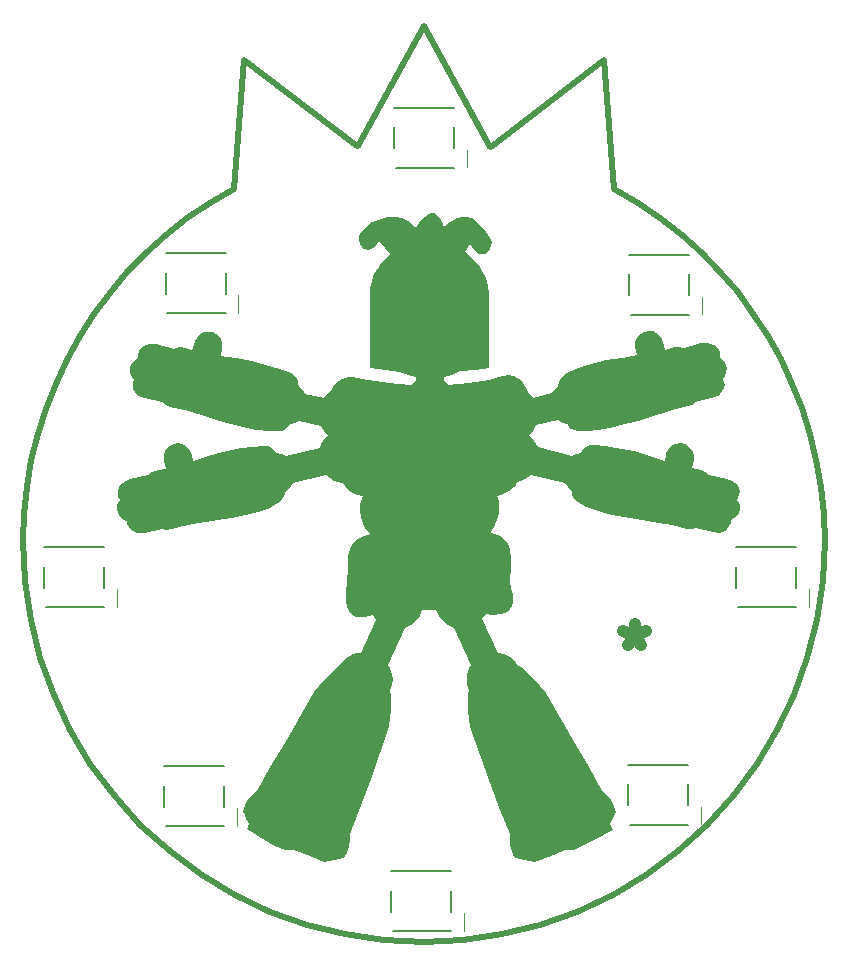
<source format=gto>
%TF.GenerationSoftware,KiCad,Pcbnew,4.0.7*%
%TF.CreationDate,2018-04-25T10:22:36+02:00*%
%TF.ProjectId,001,3030312E6B696361645F706362000000,rev?*%
%TF.FileFunction,Legend,Top*%
%FSLAX46Y46*%
G04 Gerber Fmt 4.6, Leading zero omitted, Abs format (unit mm)*
G04 Created by KiCad (PCBNEW 4.0.7) date 04/25/18 10:22:36*
%MOMM*%
%LPD*%
G01*
G04 APERTURE LIST*
%ADD10C,0.100000*%
%ADD11C,1.000000*%
%ADD12C,0.495744*%
%ADD13C,0.050000*%
%ADD14C,0.152400*%
%ADD15C,0.120000*%
%ADD16C,0.150000*%
G04 APERTURE END LIST*
D10*
D11*
X154127201Y-112058724D02*
X154127201Y-113011105D01*
X153174820Y-112630152D02*
X154127201Y-113011105D01*
X155079581Y-112630152D01*
X153555772Y-113773010D02*
X154127201Y-113011105D01*
X154698629Y-113773010D01*
D12*
X136271035Y-61362287D02*
X130722202Y-71565701D01*
X130722202Y-71565701D02*
X130585667Y-71582268D01*
X130585667Y-71582268D02*
X121032110Y-64260435D01*
X121032110Y-64260435D02*
X120163207Y-75201371D01*
X120163207Y-75201371D02*
X118156317Y-76374064D01*
X118156317Y-76374064D02*
X116250048Y-77669815D01*
X116250048Y-77669815D02*
X114448359Y-79081986D01*
X114448359Y-79081986D02*
X112755210Y-80603972D01*
X112755210Y-80603972D02*
X111174563Y-82229126D01*
X111174563Y-82229126D02*
X109710374Y-83950841D01*
X109710374Y-83950841D02*
X108366605Y-85762471D01*
X108366605Y-85762471D02*
X107147215Y-87657400D01*
X107147215Y-87657400D02*
X106056165Y-89628990D01*
X106056165Y-89628990D02*
X105097414Y-91670635D01*
X105097414Y-91670635D02*
X104274922Y-93775688D01*
X104274922Y-93775688D02*
X103592648Y-95937534D01*
X103592648Y-95937534D02*
X103054553Y-98149545D01*
X103054553Y-98149545D02*
X102664594Y-100405096D01*
X102664594Y-100405096D02*
X102426736Y-102697548D01*
X102426736Y-102697548D02*
X102344935Y-105020286D01*
X102344935Y-105020286D02*
X102510944Y-108373038D01*
X102510944Y-108373038D02*
X103002833Y-111669008D01*
X103002833Y-111669008D02*
X103811388Y-114885944D01*
X103811388Y-114885944D02*
X104927396Y-118001608D01*
X104927396Y-118001608D02*
X106341640Y-120993758D01*
X106341640Y-120993758D02*
X108044907Y-123840143D01*
X108044907Y-123840143D02*
X110027981Y-126518513D01*
X110027981Y-126518513D02*
X112281649Y-129006648D01*
X112281649Y-129006648D02*
X114770093Y-131260035D01*
X114770093Y-131260035D02*
X117448809Y-133242855D01*
X117448809Y-133242855D02*
X120295551Y-134945911D01*
X120295551Y-134945911D02*
X123288073Y-136359977D01*
X123288073Y-136359977D02*
X126404129Y-137475838D01*
X126404129Y-137475838D02*
X129621472Y-138284298D01*
X129621472Y-138284298D02*
X132917856Y-138776122D01*
X132917856Y-138776122D02*
X136271036Y-138942113D01*
X136271036Y-138942113D02*
X139624210Y-138776112D01*
X139624210Y-138776112D02*
X142920589Y-138284288D01*
X142920589Y-138284288D02*
X146137927Y-137475828D01*
X146137927Y-137475828D02*
X149253977Y-136359957D01*
X149253977Y-136359957D02*
X152246492Y-134945881D01*
X152246492Y-134945881D02*
X155093228Y-133242835D01*
X155093228Y-133242835D02*
X157771938Y-131260006D01*
X157771938Y-131260006D02*
X160260376Y-129006618D01*
X160260376Y-129006618D02*
X162514039Y-126518494D01*
X162514039Y-126518494D02*
X164497108Y-123840113D01*
X164497108Y-123840113D02*
X166200370Y-120993738D01*
X166200370Y-120993738D02*
X167614611Y-118001598D01*
X167614611Y-118001598D02*
X168730616Y-114885935D01*
X168730616Y-114885935D02*
X169539169Y-111668998D01*
X169539169Y-111668998D02*
X170031057Y-108373038D01*
X170031057Y-108373038D02*
X170197065Y-105020286D01*
X170197065Y-105020286D02*
X170116921Y-102695604D01*
X170116921Y-102695604D02*
X169880450Y-100401157D01*
X169880450Y-100401157D02*
X169491618Y-98143584D01*
X169491618Y-98143584D02*
X168954389Y-95929539D01*
X168954389Y-95929539D02*
X168272732Y-93765669D01*
X168272732Y-93765669D02*
X167450613Y-91658602D01*
X167450613Y-91658602D02*
X166491997Y-89614983D01*
X166491997Y-89614983D02*
X165400854Y-87641468D01*
X165400854Y-87641468D02*
X164181148Y-85744704D01*
X164181148Y-85744704D02*
X162836848Y-83931309D01*
X162836848Y-83931309D02*
X161371919Y-82207957D01*
X161371919Y-82207957D02*
X159790329Y-80581265D01*
X159790329Y-80581265D02*
X158096045Y-79057900D01*
X158096045Y-79057900D02*
X156293031Y-77644489D01*
X156293031Y-77644489D02*
X154385256Y-76347687D01*
X154385256Y-76347687D02*
X152376687Y-75174121D01*
X152376687Y-75174121D02*
X151509891Y-64260435D01*
X151509891Y-64260435D02*
X141920352Y-71609885D01*
X141920352Y-71609885D02*
X141836964Y-71597287D01*
X141836964Y-71597287D02*
X136271037Y-61362317D01*
X136271037Y-61362317D02*
X136271035Y-61362287D01*
D10*
G36*
X135585866Y-78468424D02*
X135351963Y-78205961D01*
X135067954Y-77986362D01*
X134744542Y-77811036D01*
X134392436Y-77681312D01*
X134022336Y-77598579D01*
X133644949Y-77564157D01*
X133270982Y-77579433D01*
X132911137Y-77645798D01*
X132352772Y-77808496D01*
X131891706Y-78009287D01*
X131455646Y-78318374D01*
X130972295Y-78805942D01*
X130794347Y-79140881D01*
X130754716Y-79484887D01*
X130830436Y-79808021D01*
X130998529Y-80080256D01*
X131236016Y-80271632D01*
X131519921Y-80352083D01*
X131827269Y-80291770D01*
X131982552Y-80199415D01*
X132135081Y-80060604D01*
X132334158Y-79837354D01*
X132510532Y-79609651D01*
X133014892Y-80144904D01*
X133484907Y-80685197D01*
X133102899Y-81012011D01*
X132759126Y-81369736D01*
X132457500Y-81754990D01*
X132201938Y-82164438D01*
X131996356Y-82594747D01*
X131844664Y-83042546D01*
X131750781Y-83504491D01*
X131718621Y-83977238D01*
X131726656Y-90315563D01*
X133044988Y-90507197D01*
X134280286Y-90643022D01*
X134920997Y-90929125D01*
X135602213Y-91126503D01*
X135597452Y-91374275D01*
X135168610Y-91746106D01*
X133357639Y-91603397D01*
X131650346Y-91374384D01*
X131057906Y-91233619D01*
X130281961Y-91099411D01*
X129840157Y-91116970D01*
X129382970Y-91246545D01*
X128958511Y-91507490D01*
X128773586Y-91693272D01*
X128614887Y-91919160D01*
X128427332Y-92331376D01*
X128100428Y-92582848D01*
X127823940Y-92887918D01*
X126239414Y-92518071D01*
X126016455Y-92189381D01*
X125726421Y-91918684D01*
X125658132Y-91548837D01*
X125507468Y-91225981D01*
X125283712Y-90967118D01*
X124996145Y-90789243D01*
X124060310Y-90424127D01*
X123204354Y-90136199D01*
X121681576Y-89741076D01*
X120326808Y-89502152D01*
X119039050Y-89317750D01*
X119070725Y-89207251D01*
X119185236Y-88835340D01*
X119221643Y-88623211D01*
X119223924Y-88378316D01*
X119184641Y-88140543D01*
X119105559Y-87918474D01*
X118989939Y-87719757D01*
X118841029Y-87552089D01*
X118666962Y-87422434D01*
X118478212Y-87331170D01*
X118083712Y-87254985D01*
X117692534Y-87307362D01*
X117330741Y-87479623D01*
X117038996Y-87765389D01*
X116932102Y-87948819D01*
X116857970Y-88158221D01*
X116676145Y-88836203D01*
X116030189Y-88646701D01*
X115790248Y-88597002D01*
X115556135Y-88594026D01*
X115123528Y-88703920D01*
X113616051Y-88309967D01*
X113304087Y-88268799D01*
X112999305Y-88292309D01*
X112715047Y-88375240D01*
X112464659Y-88512861D01*
X112261482Y-88700101D01*
X112118859Y-88932000D01*
X112050134Y-89203560D01*
X112068654Y-89509811D01*
X111809719Y-89646548D01*
X111619274Y-89849233D01*
X111494716Y-90097462D01*
X111433440Y-90370926D01*
X111432843Y-90649192D01*
X111490339Y-90911953D01*
X111603325Y-91138804D01*
X111769196Y-91309388D01*
X111648240Y-91598645D01*
X111622517Y-91869193D01*
X111677920Y-92117402D01*
X111800388Y-92339630D01*
X111975832Y-92532226D01*
X112190166Y-92691561D01*
X112429312Y-92813994D01*
X112679184Y-92895834D01*
X114119178Y-93250434D01*
X114416254Y-93484854D01*
X114793489Y-93631670D01*
X116076331Y-93933803D01*
X117162498Y-94241016D01*
X119025248Y-94840104D01*
X119939588Y-95114779D01*
X120924994Y-95357234D01*
X122039935Y-95555555D01*
X123342879Y-95697847D01*
X123374325Y-95702807D01*
X123512100Y-95715604D01*
X123894426Y-95717588D01*
X124140054Y-95682670D01*
X124408945Y-95597159D01*
X124670873Y-95437288D01*
X124895611Y-95179309D01*
X124941382Y-95098659D01*
X125326034Y-94994261D01*
X125677333Y-94806952D01*
X127561634Y-95232877D01*
X127824415Y-95668434D01*
X128171959Y-96031834D01*
X127939333Y-96259170D01*
X127740153Y-96517388D01*
X127578317Y-96803153D01*
X127457718Y-97113104D01*
X124591537Y-97820420D01*
X124236237Y-97639469D01*
X123848770Y-97542253D01*
X123623536Y-97262033D01*
X123350686Y-97056014D01*
X123044660Y-96934078D01*
X122719895Y-96906004D01*
X121719411Y-96996276D01*
X120824841Y-97120058D01*
X119285567Y-97445106D01*
X117966322Y-97835091D01*
X116731351Y-98244014D01*
X116710439Y-98130995D01*
X116647209Y-97747032D01*
X116585259Y-97540894D01*
X116478086Y-97320680D01*
X116336930Y-97125345D01*
X116167136Y-96961794D01*
X115975045Y-96835443D01*
X115766998Y-96751718D01*
X115553394Y-96713229D01*
X115343776Y-96716205D01*
X114956691Y-96823837D01*
X114629834Y-97045023D01*
X114382740Y-97360499D01*
X114248944Y-97746357D01*
X114235017Y-97958208D01*
X114261989Y-98178710D01*
X114401424Y-98866652D01*
X113738740Y-98984879D01*
X113501825Y-99047375D01*
X113291393Y-99149918D01*
X112953180Y-99441110D01*
X111428002Y-99760415D01*
X111085339Y-99884008D01*
X110801796Y-100050842D01*
X110581577Y-100253161D01*
X110428893Y-100483146D01*
X110347946Y-100733041D01*
X110342887Y-100995028D01*
X110418051Y-101261350D01*
X110577580Y-101524191D01*
X110407641Y-101769145D01*
X110319969Y-102035001D01*
X110307241Y-102307474D01*
X110362148Y-102572248D01*
X110477367Y-102815050D01*
X110645570Y-103021555D01*
X110859432Y-103177458D01*
X111111635Y-103268523D01*
X111178645Y-103577819D01*
X111292858Y-103828904D01*
X111448272Y-104024824D01*
X111638886Y-104168615D01*
X111858698Y-104263351D01*
X112101708Y-104312058D01*
X112361915Y-104318010D01*
X112633319Y-104283587D01*
X114080473Y-103959114D01*
X114450878Y-104036589D01*
X114854004Y-103999786D01*
X115327272Y-103850748D01*
X115897885Y-103716739D01*
X117263182Y-103474919D01*
X118813948Y-103236650D01*
X120414243Y-102964287D01*
X121928123Y-102620172D01*
X122610175Y-102409441D01*
X123219645Y-102166649D01*
X123739539Y-101887094D01*
X124152866Y-101566063D01*
X124442632Y-101198864D01*
X124535870Y-100996476D01*
X124591849Y-100780776D01*
X124933167Y-100484029D01*
X125188822Y-100110124D01*
X128026535Y-99411925D01*
X128328577Y-99668972D01*
X128667816Y-99869802D01*
X129036685Y-100010061D01*
X129427628Y-100085453D01*
X129561069Y-100330775D01*
X129728523Y-100537408D01*
X130142524Y-100851902D01*
X130623736Y-101063694D01*
X131126269Y-101207514D01*
X130981654Y-101570775D01*
X130901887Y-101983774D01*
X130885242Y-102425938D01*
X130930030Y-102876673D01*
X131034526Y-103315366D01*
X131197019Y-103721451D01*
X131415799Y-104074305D01*
X131689152Y-104353365D01*
X131708744Y-104367253D01*
X131200069Y-104543303D01*
X130701887Y-104801421D01*
X130351806Y-105100628D01*
X130074285Y-105499978D01*
X129902444Y-105983846D01*
X129866504Y-106252608D01*
X129869381Y-106536657D01*
X129878805Y-106957077D01*
X129851594Y-107412187D01*
X129746976Y-108402451D01*
X129674838Y-109459576D01*
X129688220Y-109998251D01*
X129754446Y-110535677D01*
X129901048Y-110915812D01*
X130101468Y-111180983D01*
X130346706Y-111346766D01*
X130627760Y-111428705D01*
X130935628Y-111442494D01*
X131261310Y-111403509D01*
X131930104Y-111229770D01*
X132219169Y-111643950D01*
X130943015Y-114442759D01*
X130609723Y-114469146D01*
X130303888Y-114553962D01*
X130025798Y-114684995D01*
X129775738Y-114850074D01*
X129360867Y-115233541D01*
X129061577Y-115606781D01*
X128508588Y-116098159D01*
X127923140Y-116675602D01*
X127378735Y-117268064D01*
X126948874Y-117804547D01*
X124479570Y-122074135D01*
X123269381Y-124147762D01*
X122140937Y-126143924D01*
X121735018Y-126456444D01*
X121448967Y-126785441D01*
X121236348Y-127188074D01*
X121050729Y-127721522D01*
X121000306Y-127943105D01*
X121095171Y-128147268D01*
X121241919Y-128499914D01*
X121349527Y-128730197D01*
X121502648Y-128974011D01*
X121261873Y-129414826D01*
X122893654Y-130356294D01*
X123706094Y-130775900D01*
X124511756Y-131145945D01*
X125316737Y-131117177D01*
X126627426Y-131651707D01*
X127853983Y-132150038D01*
X128700637Y-132035660D01*
X129072763Y-131944595D01*
X129411469Y-131813839D01*
X129586941Y-131659286D01*
X129726106Y-131442444D01*
X129909772Y-130892251D01*
X129990977Y-130304055D01*
X129998219Y-129818620D01*
X130881090Y-127595290D01*
X131690382Y-125385153D01*
X133332194Y-120736701D01*
X133349723Y-120688093D01*
X133357857Y-120637104D01*
X133494878Y-119272459D01*
X133531632Y-118000457D01*
X133418320Y-117574542D01*
X133562079Y-117159529D01*
X133624486Y-116670741D01*
X133595063Y-116332925D01*
X133511358Y-116014206D01*
X133380167Y-115718014D01*
X133208308Y-115447803D01*
X134660845Y-112328201D01*
X135154884Y-112102561D01*
X135577208Y-111772959D01*
X135912178Y-111356002D01*
X136144149Y-110868275D01*
X137274110Y-110835241D01*
X137516202Y-111353561D01*
X137873710Y-111792551D01*
X138327750Y-112132539D01*
X138859439Y-112353835D01*
X140296050Y-115493445D01*
X140133315Y-115758339D01*
X140009362Y-116047487D01*
X139930419Y-116357626D01*
X139902722Y-116685492D01*
X139965148Y-117174191D01*
X140108896Y-117589135D01*
X139995525Y-118015218D01*
X140051493Y-119396162D01*
X140177548Y-120702775D01*
X141891367Y-125478282D01*
X142712576Y-127743872D01*
X143529052Y-129833281D01*
X143531532Y-130309828D01*
X143585309Y-130756050D01*
X143911663Y-131727317D01*
X144356442Y-131909547D01*
X144797031Y-132037476D01*
X145673319Y-132164640D01*
X147008159Y-131645288D01*
X148210562Y-131131839D01*
X149015541Y-131160607D01*
X150698891Y-130338100D01*
X152265422Y-129429418D01*
X152024593Y-128988494D01*
X152299444Y-128479618D01*
X152543314Y-127958312D01*
X152287511Y-127258575D01*
X152142457Y-126930531D01*
X151966105Y-126623784D01*
X151386201Y-126158566D01*
X150159546Y-123964441D01*
X148920370Y-121820064D01*
X146590752Y-117837343D01*
X146114600Y-117239147D01*
X145605935Y-116687813D01*
X144585919Y-115664674D01*
X144259449Y-115552271D01*
X143952501Y-115135561D01*
X143556767Y-114799224D01*
X143085234Y-114565013D01*
X142550902Y-114454623D01*
X141233149Y-111617592D01*
X141513909Y-111200040D01*
X142125175Y-111256782D01*
X142788619Y-111210257D01*
X143100410Y-111124350D01*
X143377855Y-110983952D01*
X143605149Y-110779481D01*
X143766503Y-110501364D01*
X143830517Y-110243484D01*
X143846101Y-109986397D01*
X143780699Y-109475200D01*
X143667798Y-108969012D01*
X143604916Y-108469034D01*
X143652988Y-107129973D01*
X143641679Y-106422964D01*
X143559155Y-105697088D01*
X143486907Y-105428207D01*
X143374105Y-105184234D01*
X143228022Y-104970656D01*
X143055950Y-104792999D01*
X142767570Y-104597585D01*
X142462789Y-104453696D01*
X141836049Y-104252399D01*
X142052026Y-104035964D01*
X142230166Y-103782181D01*
X142484605Y-103203508D01*
X142622680Y-102598209D01*
X142667707Y-102048056D01*
X142621708Y-101610514D01*
X142549302Y-101387166D01*
X142430787Y-101172884D01*
X142949878Y-101010216D01*
X143442259Y-100773504D01*
X143865837Y-100447494D01*
X144038671Y-100246207D01*
X144178519Y-100016847D01*
X144507846Y-99921912D01*
X144817645Y-99780245D01*
X145103145Y-99594522D01*
X145359579Y-99367444D01*
X148197688Y-100065693D01*
X148453818Y-100438089D01*
X148797474Y-100734965D01*
X148803724Y-100995881D01*
X148903101Y-101241113D01*
X149085221Y-101470890D01*
X149339587Y-101685430D01*
X150023106Y-102069681D01*
X150869732Y-102395623D01*
X151795545Y-102665030D01*
X152716618Y-102879649D01*
X154208849Y-103151626D01*
X156143374Y-103445645D01*
X157252612Y-103654788D01*
X158535645Y-103956138D01*
X158938774Y-103992941D01*
X159309174Y-103915466D01*
X160756271Y-104239820D01*
X161280680Y-104278012D01*
X161522741Y-104235753D01*
X161748694Y-104146870D01*
X161977495Y-103951843D01*
X162145312Y-103736291D01*
X162247140Y-103495652D01*
X162277952Y-103225381D01*
X162539556Y-103080103D01*
X162756150Y-102878072D01*
X162918466Y-102638038D01*
X163017220Y-102378719D01*
X163036078Y-102151273D01*
X162998749Y-101909920D01*
X162919369Y-101678526D01*
X162812056Y-101480969D01*
X162976678Y-101101797D01*
X163020058Y-100770042D01*
X162964089Y-100484664D01*
X162830724Y-100244630D01*
X162641872Y-100048908D01*
X162419460Y-99896457D01*
X161961654Y-99717253D01*
X160436590Y-99397938D01*
X160097286Y-99123322D01*
X159753493Y-98974185D01*
X158988231Y-98823480D01*
X159127668Y-98135528D01*
X159154631Y-97915037D01*
X159140703Y-97703185D01*
X159006906Y-97317327D01*
X158759815Y-97001861D01*
X158432959Y-96780655D01*
X157976298Y-96683042D01*
X157558082Y-96742562D01*
X157196955Y-96945446D01*
X156911559Y-97278073D01*
X156806577Y-97507553D01*
X156739855Y-97741377D01*
X156658233Y-98201397D01*
X155423279Y-97792465D01*
X154104035Y-97402450D01*
X152564770Y-97077402D01*
X151670212Y-96953610D01*
X150669748Y-96863338D01*
X150344963Y-96891412D01*
X150038897Y-97013348D01*
X149766008Y-97219387D01*
X149540759Y-97499627D01*
X149153414Y-97596843D01*
X148798219Y-97777724D01*
X145905571Y-97063950D01*
X145784585Y-96761043D01*
X145623824Y-96481567D01*
X145427067Y-96228656D01*
X145198091Y-96005417D01*
X145548131Y-95636214D01*
X145811053Y-95194080D01*
X147616814Y-94785862D01*
X148027116Y-95006820D01*
X148482002Y-95113599D01*
X148587337Y-95328942D01*
X148773942Y-95490658D01*
X149031893Y-95603538D01*
X149351272Y-95672283D01*
X150134635Y-95696687D01*
X151044678Y-95602149D01*
X152002045Y-95426843D01*
X152927375Y-95208920D01*
X154364510Y-94798113D01*
X156227294Y-94199015D01*
X157313477Y-93891802D01*
X158596330Y-93589669D01*
X158973507Y-93442853D01*
X159270521Y-93208423D01*
X159903731Y-93078600D01*
X160556974Y-92920297D01*
X161138747Y-92685986D01*
X161374238Y-92525471D01*
X161557549Y-92328112D01*
X161695916Y-92063020D01*
X161747778Y-91793960D01*
X161720280Y-91526755D01*
X161620556Y-91267238D01*
X161787800Y-90999844D01*
X161884679Y-90679607D01*
X161910679Y-90357058D01*
X161865295Y-90082681D01*
X161647913Y-89730273D01*
X161321194Y-89467720D01*
X161357720Y-89070246D01*
X161275830Y-88760563D01*
X161101881Y-88530112D01*
X160862231Y-88370370D01*
X160583241Y-88272757D01*
X160291265Y-88228811D01*
X160012665Y-88229645D01*
X159773799Y-88267440D01*
X158266263Y-88661452D01*
X157841193Y-88544704D01*
X157466881Y-88566925D01*
X156713702Y-88792763D01*
X156531877Y-88114791D01*
X156457874Y-87903902D01*
X156351308Y-87716870D01*
X156060338Y-87422603D01*
X155698701Y-87248626D01*
X155306129Y-87211624D01*
X154931060Y-87292076D01*
X154634849Y-87447413D01*
X154414588Y-87665574D01*
X154267366Y-87934455D01*
X154190278Y-88241916D01*
X154180358Y-88575823D01*
X154234799Y-88924064D01*
X154350652Y-89274508D01*
X153062854Y-89458911D01*
X151708048Y-89697805D01*
X150185228Y-90092908D01*
X149329246Y-90380826D01*
X148393384Y-90745952D01*
X148105431Y-90924165D01*
X147881518Y-91183622D01*
X147730954Y-91507213D01*
X147663052Y-91877854D01*
X147346575Y-92149533D01*
X147103311Y-92485831D01*
X145536197Y-92851492D01*
X145330575Y-92616358D01*
X145094758Y-92411024D01*
X144941893Y-91993630D01*
X144695872Y-91591205D01*
X144518322Y-91393678D01*
X144320125Y-91237547D01*
X143884292Y-91036747D01*
X143433387Y-90963438D01*
X143012420Y-90992206D01*
X142298281Y-91184634D01*
X141773553Y-91346290D01*
X140098330Y-91609478D01*
X138355193Y-91753129D01*
X137950298Y-91394462D01*
X137950769Y-91143555D01*
X138677594Y-90939303D01*
X139352324Y-90630275D01*
X140584763Y-90490006D01*
X141767093Y-90316059D01*
X141767093Y-83977496D01*
X141730280Y-83493995D01*
X141622854Y-83015603D01*
X141449338Y-82547350D01*
X141214253Y-82094234D01*
X140922120Y-81661265D01*
X140577457Y-81253464D01*
X140184784Y-80875859D01*
X139748631Y-80533421D01*
X140188069Y-79812763D01*
X140362078Y-80116563D01*
X140571022Y-80404024D01*
X140820569Y-80622136D01*
X140962339Y-80688600D01*
X141116383Y-80717864D01*
X141444088Y-80670446D01*
X141706574Y-80510903D01*
X141895000Y-80270045D01*
X142000532Y-79978576D01*
X142011563Y-79681491D01*
X141972131Y-79520291D01*
X141891422Y-79357078D01*
X141552064Y-78856852D01*
X141029670Y-78233657D01*
X140683742Y-77887420D01*
X140308725Y-77673554D01*
X139913570Y-77577826D01*
X139507235Y-77585762D01*
X139098677Y-77683276D01*
X138696846Y-77856102D01*
X138310696Y-78089877D01*
X137949184Y-78370335D01*
X137800697Y-77955342D01*
X137643524Y-77644687D01*
X137427588Y-77407302D01*
X137102770Y-77212026D01*
X136898411Y-77254186D01*
X136555666Y-77396757D01*
X136342604Y-77543612D01*
X136107184Y-77761088D01*
X135853489Y-78064313D01*
X135585597Y-78468464D01*
X135585675Y-78468523D01*
X135585866Y-78468424D01*
X135585866Y-78468424D01*
G37*
D13*
X139896400Y-71866000D02*
X139896400Y-73366000D01*
D14*
X133756400Y-69977000D02*
X133756400Y-71755000D01*
X138836400Y-73406000D02*
X133883400Y-73406000D01*
X133756400Y-68326000D02*
X138836400Y-68326000D01*
X138836400Y-69977000D02*
X138836400Y-71755000D01*
D13*
X120541600Y-84185000D02*
X120541600Y-85685000D01*
D14*
X114401600Y-82296000D02*
X114401600Y-84074000D01*
X119481600Y-85725000D02*
X114528600Y-85725000D01*
X114401600Y-80645000D02*
X119481600Y-80645000D01*
X119481600Y-82296000D02*
X119481600Y-84074000D01*
D13*
X110280000Y-109077000D02*
X110280000Y-110577000D01*
D14*
X104140000Y-107188000D02*
X104140000Y-108966000D01*
X109220000Y-110617000D02*
X104267000Y-110617000D01*
X104140000Y-105537000D02*
X109220000Y-105537000D01*
X109220000Y-107188000D02*
X109220000Y-108966000D01*
D13*
X120414600Y-127619000D02*
X120414600Y-129119000D01*
D14*
X114274600Y-125730000D02*
X114274600Y-127508000D01*
X119354600Y-129159000D02*
X114401600Y-129159000D01*
X114274600Y-124079000D02*
X119354600Y-124079000D01*
X119354600Y-125730000D02*
X119354600Y-127508000D01*
D13*
X139642400Y-136509000D02*
X139642400Y-138009000D01*
D14*
X133502400Y-134620000D02*
X133502400Y-136398000D01*
X138582400Y-138049000D02*
X133629400Y-138049000D01*
X133502400Y-132969000D02*
X138582400Y-132969000D01*
X138582400Y-134620000D02*
X138582400Y-136398000D01*
D13*
X159708400Y-127492000D02*
X159708400Y-128992000D01*
D14*
X153568400Y-125603000D02*
X153568400Y-127381000D01*
X158648400Y-129032000D02*
X153695400Y-129032000D01*
X153568400Y-123952000D02*
X158648400Y-123952000D01*
X158648400Y-125603000D02*
X158648400Y-127381000D01*
D13*
X168852400Y-109077000D02*
X168852400Y-110577000D01*
D14*
X162712400Y-107188000D02*
X162712400Y-108966000D01*
X167792400Y-110617000D02*
X162839400Y-110617000D01*
X162712400Y-105537000D02*
X167792400Y-105537000D01*
X167792400Y-107188000D02*
X167792400Y-108966000D01*
D13*
X159784600Y-84312000D02*
X159784600Y-85812000D01*
D14*
X153644600Y-82423000D02*
X153644600Y-84201000D01*
X158724600Y-85852000D02*
X153771600Y-85852000D01*
X153644600Y-80772000D02*
X158724600Y-80772000D01*
X158724600Y-82423000D02*
X158724600Y-84201000D01*
D15*
X139955200Y-84668400D02*
X135255200Y-84668400D01*
X139955200Y-82768400D02*
X135255200Y-82768400D01*
X139955200Y-84668400D02*
X139955200Y-82768400D01*
D16*
X136117105Y-86020781D02*
X136117105Y-85020781D01*
X136355200Y-85020781D01*
X136498058Y-85068400D01*
X136593296Y-85163638D01*
X136640915Y-85258876D01*
X136688534Y-85449352D01*
X136688534Y-85592210D01*
X136640915Y-85782686D01*
X136593296Y-85877924D01*
X136498058Y-85973162D01*
X136355200Y-86020781D01*
X136117105Y-86020781D01*
X137069486Y-85116019D02*
X137117105Y-85068400D01*
X137212343Y-85020781D01*
X137450439Y-85020781D01*
X137545677Y-85068400D01*
X137593296Y-85116019D01*
X137640915Y-85211257D01*
X137640915Y-85306495D01*
X137593296Y-85449352D01*
X137021867Y-86020781D01*
X137640915Y-86020781D01*
M02*

</source>
